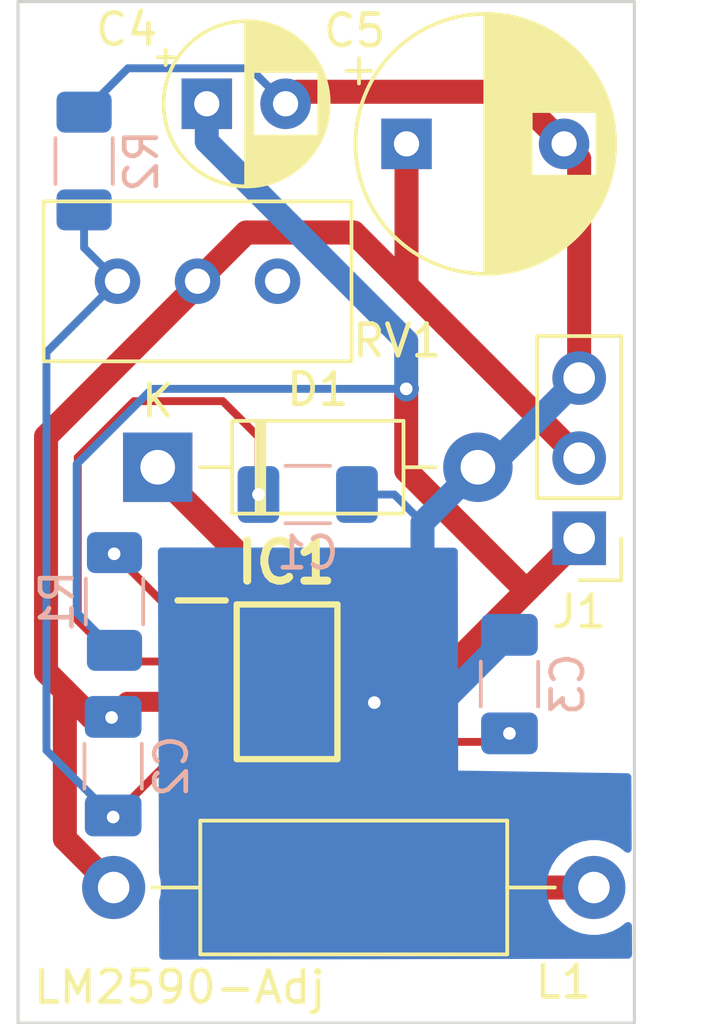
<source format=kicad_pcb>
(kicad_pcb (version 20240108) (generator "pcbnew") (generator_version "8.0")
  (layers (0 "F.Cu" signal) (31 "B.Cu" signal) (34 "B.Paste" user) (35 "F.Paste" user) (36 "B.SilkS" user "B.Silkscreen") (37 "F.SilkS" user "F.Silkscreen") (38 "B.Mask" user) (39 "F.Mask" user) (44 "Edge.Cuts" user))
  (net 0 "")
  (net 1 "Net-(IC1-DELAY)")
  (net 2 "GND")
  (net 3 "Net-(IC1-FEEDBACK)")
  (net 4 "VCC")
  (net 5 "Net-(IC1-~{SHUTDOWN}{slash}SOFT-START)")
  (net 6 "Net-(IC1-ERROR_FLAG)")
  (net 7 "+VDC")
  (net 8 "Net-(D1-K)")
  (footprint "Diode_THT:D_DO-41_SOD81_P10.16mm_Horizontal" (layer "F.Cu") (at 163.481551 78.100872)
    (property "Reference" "D1" (at 5.08 -2.47 0) (layer "F.SilkS"))
    (property "Value" "1N5817")
    (fp_line (start 1.34 0) (end 2.36 0) (stroke (width 0.12)) (layer "F.SilkS"))
    (fp_line (start 2.36 -1.47) (end 2.36 1.47) (stroke (width 0.12)) (layer "F.SilkS"))
    (fp_line (start 2.36 1.47) (end 7.8 1.47) (stroke (width 0.12)) (layer "F.SilkS"))
    (fp_line (start 3.14 -1.47) (end 3.14 1.47) (stroke (width 0.12)) (layer "F.SilkS"))
    (fp_line (start 3.26 -1.47) (end 3.26 1.47) (stroke (width 0.12)) (layer "F.SilkS"))
    (fp_line (start 3.38 -1.47) (end 3.38 1.47) (stroke (width 0.12)) (layer "F.SilkS"))
    (fp_line (start 7.8 -1.47) (end 2.36 -1.47) (stroke (width 0.12)) (layer "F.SilkS"))
    (fp_line (start 7.8 1.47) (end 7.8 -1.47) (stroke (width 0.12)) (layer "F.SilkS"))
    (fp_line (start 8.82 0) (end 7.8 0) (stroke (width 0.12)) (layer "F.SilkS"))
    (fp_text user "K" (at 0 -2.1 0) (layer "F.SilkS"))
    (pad "1" thru_hole rect (at 0 0) (size 2.2 2.2) (drill 1.1) (layers "*.Cu" "*.Mask") (net 8 "Net-(D1-K)"))
    (pad "2" thru_hole oval (at 10.16 0) (size 2.2 2.2) (drill 1.1) (layers "*.Cu" "*.Mask") (net 2 "GND"))
  )
  (footprint "Capacitor_THT:CP_Radial_D8.0mm_P5.00mm" (layer "F.Cu") (at 171.376915 67.848426)
    (property "Reference" "C5" (at -1.644563 -3.588064 0) (layer "F.SilkS"))
    (property "Value" "120uF")
    (fp_line (start -1.909698 -2.315) (end -1.109698 -2.315) (stroke (width 0.12)) (layer "F.SilkS"))
    (fp_line (start -1.509698 -2.715) (end -1.509698 -1.915) (stroke (width 0.12)) (layer "F.SilkS"))
    (fp_line (start 2.5 -4.08) (end 2.5 4.08) (stroke (width 0.12)) (layer "F.SilkS"))
    (fp_line (start 2.54 -4.08) (end 2.54 4.08) (stroke (width 0.12)) (layer "F.SilkS"))
    (fp_line (start 2.58 -4.08) (end 2.58 4.08) (stroke (width 0.12)) (layer "F.SilkS"))
    (fp_line (start 2.62 -4.079) (end 2.62 4.079) (stroke (width 0.12)) (layer "F.SilkS"))
    (fp_line (start 2.66 -4.077) (end 2.66 4.077) (stroke (width 0.12)) (layer "F.SilkS"))
    (fp_line (start 2.7 -4.076) (end 2.7 4.076) (stroke (width 0.12)) (layer "F.SilkS"))
    (fp_line (start 2.74 -4.074) (end 2.74 4.074) (stroke (width 0.12)) (layer "F.SilkS"))
    (fp_line (start 2.78 -4.071) (end 2.78 4.071) (stroke (width 0.12)) (layer "F.SilkS"))
    (fp_line (start 2.82 -4.068) (end 2.82 4.068) (stroke (width 0.12)) (layer "F.SilkS"))
    (fp_line (start 2.86 -4.065) (end 2.86 4.065) (stroke (width 0.12)) (layer "F.SilkS"))
    (fp_line (start 2.9 -4.061) (end 2.9 4.061) (stroke (width 0.12)) (layer "F.SilkS"))
    (fp_line (start 2.94 -4.057) (end 2.94 4.057) (stroke (width 0.12)) (layer "F.SilkS"))
    (fp_line (start 2.98 -4.052) (end 2.98 4.052) (stroke (width 0.12)) (layer "F.SilkS"))
    (fp_line (start 3.02 -4.048) (end 3.02 4.048) (stroke (width 0.12)) (layer "F.SilkS"))
    (fp_line (start 3.06 -4.042) (end 3.06 4.042) (stroke (width 0.12)) (layer "F.SilkS"))
    (fp_line (start 3.1 -4.037) (end 3.1 4.037) (stroke (width 0.12)) (layer "F.SilkS"))
    (fp_line (start 3.14 -4.03) (end 3.14 4.03) (stroke (width 0.12)) (layer "F.SilkS"))
    (fp_line (start 3.18 -4.024) (end 3.18 4.024) (stroke (width 0.12)) (layer "F.SilkS"))
    (fp_line (start 3.221 -4.017) (end 3.221 4.017) (stroke (width 0.12)) (layer "F.SilkS"))
    (fp_line (start 3.261 -4.01) (end 3.261 4.01) (stroke (width 0.12)) (layer "F.SilkS"))
    (fp_line (start 3.301 -4.002) (end 3.301 4.002) (stroke (width 0.12)) (layer "F.SilkS"))
    (fp_line (start 3.341 -3.994) (end 3.341 3.994) (stroke (width 0.12)) (layer "F.SilkS"))
    (fp_line (start 3.381 -3.985) (end 3.381 3.985) (stroke (width 0.12)) (layer "F.SilkS"))
    (fp_line (start 3.421 -3.976) (end 3.421 3.976) (stroke (width 0.12)) (layer "F.SilkS"))
    (fp_line (start 3.461 -3.967) (end 3.461 3.967) (stroke (width 0.12)) (layer "F.SilkS"))
    (fp_line (start 3.501 -3.957) (end 3.501 3.957) (stroke (width 0.12)) (layer "F.SilkS"))
    (fp_line (start 3.541 -3.947) (end 3.541 3.947) (stroke (width 0.12)) (layer "F.SilkS"))
    (fp_line (start 3.581 -3.936) (end 3.581 3.936) (stroke (width 0.12)) (layer "F.SilkS"))
    (fp_line (start 3.621 -3.925) (end 3.621 3.925) (stroke (width 0.12)) (layer "F.SilkS"))
    (fp_line (start 3.661 -3.914) (end 3.661 3.914) (stroke (width 0.12)) (layer "F.SilkS"))
    (fp_line (start 3.701 -3.902) (end 3.701 3.902) (stroke (width 0.12)) (layer "F.SilkS"))
    (fp_line (start 3.741 -3.889) (end 3.741 3.889) (stroke (width 0.12)) (layer "F.SilkS"))
    (fp_line (start 3.781 -3.877) (end 3.781 3.877) (stroke (width 0.12)) (layer "F.SilkS"))
    (fp_line (start 3.821 -3.863) (end 3.821 3.863) (stroke (width 0.12)) (layer "F.SilkS"))
    (fp_line (start 3.861 -3.85) (end 3.861 3.85) (stroke (width 0.12)) (layer "F.SilkS"))
    (fp_line (start 3.901 -3.835) (end 3.901 3.835) (stroke (width 0.12)) (layer "F.SilkS"))
    (fp_line (start 3.941 -3.821) (end 3.941 3.821) (stroke (width 0.12)) (layer "F.SilkS"))
    (fp_line (start 3.981 -3.805) (end 3.981 -1.04) (stroke (width 0.12)) (layer "F.SilkS"))
    (fp_line (start 3.981 1.04) (end 3.981 3.805) (stroke (width 0.12)) (layer "F.SilkS"))
    (fp_line (start 4.021 -3.79) (end 4.021 -1.04) (stroke (width 0.12)) (layer "F.SilkS"))
    (fp_line (start 4.021 1.04) (end 4.021 3.79) (stroke (width 0.12)) (layer "F.SilkS"))
    (fp_line (start 4.061 -3.774) (end 4.061 -1.04) (stroke (width 0.12)) (layer "F.SilkS"))
    (fp_line (start 4.061 1.04) (end 4.061 3.774) (stroke (width 0.12)) (layer "F.SilkS"))
    (fp_line (start 4.101 -3.757) (end 4.101 -1.04) (stroke (width 0.12)) (layer "F.SilkS"))
    (fp_line (start 4.101 1.04) (end 4.101 3.757) (stroke (width 0.12)) (layer "F.SilkS"))
    (fp_line (start 4.141 -3.74) (end 4.141 -1.04) (stroke (width 0.12)) (layer "F.SilkS"))
    (fp_line (start 4.141 1.04) (end 4.141 3.74) (stroke (width 0.12)) (layer "F.SilkS"))
    (fp_line (start 4.181 -3.722) (end 4.181 -1.04) (stroke (width 0.12)) (layer "F.SilkS"))
    (fp_line (start 4.181 1.04) (end 4.181 3.722) (stroke (width 0.12)) (layer "F.SilkS"))
    (fp_line (start 4.221 -3.704) (end 4.221 -1.04) (stroke (width 0.12)) (layer "F.SilkS"))
    (fp_line (start 4.221 1.04) (end 4.221 3.704) (stroke (width 0.12)) (layer "F.SilkS"))
    (fp_line (start 4.261 -3.686) (end 4.261 -1.04) (stroke (width 0.12)) (layer "F.SilkS"))
    (fp_line (start 4.261 1.04) (end 4.261 3.686) (stroke (width 0.12)) (layer "F.SilkS"))
    (fp_line (start 4.301 -3.666) (end 4.301 -1.04) (stroke (width 0.12)) (layer "F.SilkS"))
    (fp_line (start 4.301 1.04) (end 4.301 3.666) (stroke (width 0.12)) (layer "F.SilkS"))
    (fp_line (start 4.341 -3.647) (end 4.341 -1.04) (stroke (width 0.12)) (layer "F.SilkS"))
    (fp_line (start 4.341 1.04) (end 4.341 3.647) (stroke (width 0.12)) (layer "F.SilkS"))
    (fp_line (start 4.381 -3.627) (end 4.381 -1.04) (stroke (width 0.12)) (layer "F.SilkS"))
    (fp_line (start 4.381 1.04) (end 4.381 3.627) (stroke (width 0.12)) (layer "F.SilkS"))
    (fp_line (start 4.421 -3.606) (end 4.421 -1.04) (stroke (width 0.12)) (layer "F.SilkS"))
    (fp_line (start 4.421 1.04) (end 4.421 3.606) (stroke (width 0.12)) (layer "F.SilkS"))
    (fp_line (start 4.461 -3.584) (end 4.461 -1.04) (stroke (width 0.12)) (layer "F.SilkS"))
    (fp_line (start 4.461 1.04) (end 4.461 3.584) (stroke (width 0.12)) (layer "F.SilkS"))
    (fp_line (start 4.501 -3.562) (end 4.501 -1.04) (stroke (width 0.12)) (layer "F.SilkS"))
    (fp_line (start 4.501 1.04) (end 4.501 3.562) (stroke (width 0.12)) (layer "F.SilkS"))
    (fp_line (start 4.541 -3.54) (end 4.541 -1.04) (stroke (width 0.12)) (layer "F.SilkS"))
    (fp_line (start 4.541 1.04) (end 4.541 3.54) (stroke (width 0.12)) (layer "F.SilkS"))
    (fp_line (start 4.581 -3.517) (end 4.581 -1.04) (stroke (width 0.12)) (layer "F.SilkS"))
    (fp_line (start 4.581 1.04) (end 4.581 3.517) (stroke (width 0.12)) (layer "F.SilkS"))
    (fp_line (start 4.621 -3.493) (end 4.621 -1.04) (stroke (width 0.12)) (layer "F.SilkS"))
    (fp_line (start 4.621 1.04) (end 4.621 3.493) (stroke (width 0.12)) (layer "F.SilkS"))
    (fp_line (start 4.661 -3.469) (end 4.661 -1.04) (stroke (width 0.12)) (layer "F.SilkS"))
    (fp_line (start 4.661 1.04) (end 4.661 3.469) (stroke (width 0.12)) (layer "F.SilkS"))
    (fp_line (start 4.701 -3.444) (end 4.701 -1.04) (stroke (width 0.12)) (layer "F.SilkS"))
    (fp_line (start 4.701 1.04) (end 4.701 3.444) (stroke (width 0.12)) (layer "F.SilkS"))
    (fp_line (start 4.741 -3.418) (end 4.741 -1.04) (stroke (width 0.12)) (layer "F.SilkS"))
    (fp_line (start 4.741 1.04) (end 4.741 3.418) (stroke (width 0.12)) (layer "F.SilkS"))
    (fp_line (start 4.781 -3.392) (end 4.781 -1.04) (stroke (width 0.12)) (layer "F.SilkS"))
    (fp_line (start 4.781 1.04) (end 4.781 3.392) (stroke (width 0.12)) (layer "F.SilkS"))
    (fp_line (start 4.821 -3.365) (end 4.821 -1.04) (stroke (width 0.12)) (layer "F.SilkS"))
    (fp_line (start 4.821 1.04) (end 4.821 3.365) (stroke (width 0.12)) (layer "F.SilkS"))
    (fp_line (start 4.861 -3.338) (end 4.861 -1.04) (stroke (width 0.12)) (layer "F.SilkS"))
    (fp_line (start 4.861 1.04) (end 4.861 3.338) (stroke (width 0.12)) (layer "F.SilkS"))
    (fp_line (start 4.901 -3.309) (end 4.901 -1.04) (stroke (width 0.12)) (layer "F.SilkS"))
    (fp_line (start 4.901 1.04) (end 4.901 3.309) (stroke (width 0.12)) (layer "F.SilkS"))
    (fp_line (start 4.941 -3.28) (end 4.941 -1.04) (stroke (width 0.12)) (layer "F.SilkS"))
    (fp_line (start 4.941 1.04) (end 4.941 3.28) (stroke (width 0.12)) (layer "F.SilkS"))
    (fp_line (start 4.981 -3.25) (end 4.981 -1.04) (stroke (width 0.12)) (layer "F.SilkS"))
    (fp_line (start 4.981 1.04) (end 4.981 3.25) (stroke (width 0.12)) (layer "F.SilkS"))
    (fp_line (start 5.021 -3.22) (end 5.021 -1.04) (stroke (width 0.12)) (layer "F.SilkS"))
    (fp_line (start 5.021 1.04) (end 5.021 3.22) (stroke (width 0.12)) (layer "F.SilkS"))
    (fp_line (start 5.061 -3.189) (end 5.061 -1.04) (stroke (width 0.12)) (layer "F.SilkS"))
    (fp_line (start 5.061 1.04) (end 5.061 3.189) (stroke (width 0.12)) (layer "F.SilkS"))
    (fp_line (start 5.101 -3.156) (end 5.101 -1.04) (stroke (width 0.12)) (layer "F.SilkS"))
    (fp_line (start 5.101 1.04) (end 5.101 3.156) (stroke (width 0.12)) (layer "F.SilkS"))
    (fp_line (start 5.141 -3.124) (end 5.141 -1.04) (stroke (width 0.12)) (layer "F.SilkS"))
    (fp_line (start 5.141 1.04) (end 5.141 3.124) (stroke (width 0.12)) (layer "F.SilkS"))
    (fp_line (start 5.181 -3.09) (end 5.181 -1.04) (stroke (width 0.12)) (layer "F.SilkS"))
    (fp_line (start 5.181 1.04) (end 5.181 3.09) (stroke (width 0.12)) (layer "F.SilkS"))
    (fp_line (start 5.221 -3.055) (end 5.221 -1.04) (stroke (width 0.12)) (layer "F.SilkS"))
    (fp_line (start 5.221 1.04) (end 5.221 3.055) (stroke (width 0.12)) (layer "F.SilkS"))
    (fp_line (start 5.261 -3.019) (end 5.261 -1.04) (stroke (width 0.12)) (layer "F.SilkS"))
    (fp_line (start 5.261 1.04) (end 5.261 3.019) (stroke (width 0.12)) (layer "F.SilkS"))
    (fp_line (start 5.301 -2.983) (end 5.301 -1.04) (stroke (width 0.12)) (layer "F.SilkS"))
    (fp_line (start 5.301 1.04) (end 5.301 2.983) (stroke (width 0.12)) (layer "F.SilkS"))
    (fp_line (start 5.341 -2.945) (end 5.341 -1.04) (stroke (width 0.12)) (layer "F.SilkS"))
    (fp_line (start 5.341 1.04) (end 5.341 2.945) (stroke (width 0.12)) (layer "F.SilkS"))
    (fp_line (start 5.381 -2.907) (end 5.381 -1.04) (stroke (width 0.12)) (layer "F.SilkS"))
    (fp_line (start 5.381 1.04) (end 5.381 2.907) (stroke (width 0.12)) (layer "F.SilkS"))
    (fp_line (start 5.421 -2.867) (end 5.421 -1.04) (stroke (width 0.12)) (layer "F.SilkS"))
    (fp_line (start 5.421 1.04) (end 5.421 2.867) (stroke (width 0.12)) (layer "F.SilkS"))
    (fp_line (start 5.461 -2.826) (end 5.461 -1.04) (stroke (width 0.12)) (layer "F.SilkS"))
    (fp_line (start 5.461 1.04) (end 5.461 2.826) (stroke (width 0.12)) (layer "F.SilkS"))
    (fp_line (start 5.501 -2.784) (end 5.501 -1.04) (stroke (width 0.12)) (layer "F.SilkS"))
    (fp_line (start 5.501 1.04) (end 5.501 2.784) (stroke (width 0.12)) (layer "F.SilkS"))
    (fp_line (start 5.541 -2.741) (end 5.541 -1.04) (stroke (width 0.12)) (layer "F.SilkS"))
    (fp_line (start 5.541 1.04) (end 5.541 2.741) (stroke (width 0.12)) (layer "F.SilkS"))
    (fp_line (start 5.581 -2.697) (end 5.581 -1.04) (stroke (width 0.12)) (layer "F.SilkS"))
    (fp_line (start 5.581 1.04) (end 5.581 2.697) (stroke (width 0.12)) (layer "F.SilkS"))
    (fp_line (start 5.621 -2.651) (end 5.621 -1.04) (stroke (width 0.12)) (layer "F.SilkS"))
    (fp_line (start 5.621 1.04) (end 5.621 2.651) (stroke (width 0.12)) (layer "F.SilkS"))
    (fp_line (start 5.661 -2.604) (end 5.661 -1.04) (stroke (width 0.12)) (layer "F.SilkS"))
    (fp_line (start 5.661 1.04) (end 5.661 2.604) (stroke (width 0.12)) (layer "F.SilkS"))
    (fp_line (start 5.701 -2.556) (end 5.701 -1.04) (stroke (width 0.12)) (layer "F.SilkS"))
    (fp_line (start 5.701 1.04) (end 5.701 2.556) (stroke (width 0.12)) (layer "F.SilkS"))
    (fp_line (start 5.741 -2.505) (end 5.741 -1.04) (stroke (width 0.12)) (layer "F.SilkS"))
    (fp_line (start 5.741 1.04) (end 5.741 2.505) (stroke (width 0.12)) (layer "F.SilkS"))
    (fp_line (start 5.781 -2.454) (end 5.781 -1.04) (stroke (width 0.12)) (layer "F.SilkS"))
    (fp_line (start 5.781 1.04) (end 5.781 2.454) (stroke (width 0.12)) (layer "F.SilkS"))
    (fp_line (start 5.821 -2.4) (end 5.821 -1.04) (stroke (width 0.12)) (layer "F.SilkS"))
    (fp_line (start 5.821 1.04) (end 5.821 2.4) (stroke (width 0.12)) (layer "F.SilkS"))
    (fp_line (start 5.861 -2.345) (end 5.861 -1.04) (stroke (width 0.12)) (layer "F.SilkS"))
    (fp_line (start 5.861 1.04) (end 5.861 2.345) (stroke (width 0.12)) (layer "F.SilkS"))
    (fp_line (start 5.901 -2.287) (end 5.901 -1.04) (stroke (width 0.12)) (layer "F.SilkS"))
    (fp_line (start 5.901 1.04) (end 5.901 2.287) (stroke (width 0.12)) (layer "F.SilkS"))
    (fp_line (start 5.941 -2.228) (end 5.941 -1.04) (stroke (width 0.12)) (layer "F.SilkS"))
    (fp_line (start 5.941 1.04) (end 5.941 2.228) (stroke (width 0.12)) (layer "F.SilkS"))
    (fp_line (start 5.981 -2.166) (end 5.981 -1.04) (stroke (width 0.12)) (layer "F.SilkS"))
    (fp_line (start 5.981 1.04) (end 5.981 2.166) (stroke (width 0.12)) (layer "F.SilkS"))
    (fp_line (start 6.021 -2.102) (end 6.021 -1.04) (stroke (width 0.12)) (layer "F.SilkS"))
    (fp_line (start 6.021 1.04) (end 6.021 2.102) (stroke (width 0.12)) (layer "F.SilkS"))
    (fp_line (start 6.061 -2.034) (end 6.061 2.034) (stroke (width 0.12)) (layer "F.SilkS"))
    (fp_line (start 6.101 -1.964) (end 6.101 1.964) (stroke (width 0.12)) (layer "F.SilkS"))
    (fp_line (start 6.141 -1.89) (end 6.141 1.89) (stroke (width 0.12)) (layer "F.SilkS"))
    (fp_line (start 6.181 -1.813) (end 6.181 1.813) (stroke (width 0.12)) (layer "F.SilkS"))
    (fp_line (start 6.221 -1.731) (end 6.221 1.731) (stroke (width 0.12)) (layer "F.SilkS"))
    (fp_line (start 6.261 -1.645) (end 6.261 1.645) (stroke (width 0.12)) (layer "F.SilkS"))
    (fp_line (start 6.301 -1.552) (end 6.301 1.552) (stroke (width 0.12)) (layer "F.SilkS"))
    (fp_line (start 6.341 -1.453) (end 6.341 1.453) (stroke (width 0.12)) (layer "F.SilkS"))
    (fp_line (start 6.381 -1.346) (end 6.381 1.346) (stroke (width 0.12)) (layer "F.SilkS"))
    (fp_line (start 6.421 -1.229) (end 6.421 1.229) (stroke (width 0.12)) (layer "F.SilkS"))
    (fp_line (start 6.461 -1.098) (end 6.461 1.098) (stroke (width 0.12)) (layer "F.SilkS"))
    (fp_line (start 6.501 -0.948) (end 6.501 0.948) (stroke (width 0.12)) (layer "F.SilkS"))
    (fp_line (start 6.541 -0.768) (end 6.541 0.768) (stroke (width 0.12)) (layer "F.SilkS"))
    (fp_line (start 6.581 -0.533) (end 6.581 0.533) (stroke (width 0.12)) (layer "F.SilkS"))
    (fp_circle (center 2.5 0) (end 6.62 0) (stroke (width 0.12)) (fill none) (layer "F.SilkS"))
    (pad "1" thru_hole rect (at 0 0) (size 1.6 1.6) (drill 0.8) (layers "*.Cu" "*.Mask") (net 4 "VCC"))
    (pad "2" thru_hole circle (at 5 0) (size 1.6 1.6) (drill 0.8) (layers "*.Cu" "*.Mask") (net 2 "GND"))
  )
  (footprint "Potentiometer_THT:Potentiometer_Bourns_3296W_Vertical" (layer "F.Cu") (at 167.285208 72.202558)
    (property "Reference" "RV1" (at 3.797575 1.890967 0) (layer "F.SilkS"))
    (property "Value" "200k")
    (fp_line (start -7.425 -2.53) (end -7.425 2.54) (stroke (width 0.12)) (layer "F.SilkS"))
    (fp_line (start -7.425 -2.53) (end 2.345 -2.53) (stroke (width 0.12)) (layer "F.SilkS"))
    (fp_line (start -7.425 2.54) (end 2.345 2.54) (stroke (width 0.12)) (layer "F.SilkS"))
    (fp_line (start 2.345 -2.53) (end 2.345 2.54) (stroke (width 0.12)) (layer "F.SilkS"))
    (pad "1" thru_hole circle (at 0 0) (size 1.44 1.44) (drill 0.8) (layers "*.Cu" "*.Mask"))
    (pad "2" thru_hole circle (at -2.54 0) (size 1.44 1.44) (drill 0.8) (layers "*.Cu" "*.Mask") (net 4 "VCC"))
    (pad "3" thru_hole circle (at -5.08 0) (size 1.44 1.44) (drill 0.8) (layers "*.Cu" "*.Mask") (net 3 "Net-(IC1-FEEDBACK)"))
  )
  (footprint "Connector_PinHeader_2.54mm:PinHeader_1x03_P2.54mm_Vertical" (layer "F.Cu") (at 176.855208 80.35277 180)
    (property "Reference" "J1" (at 0 -2.33 180) (layer "F.SilkS"))
    (property "Value" "Conn_01x03")
    (fp_line (start 1.33 1.27) (end 1.33 6.41) (stroke (width 0.12)) (layer "F.SilkS"))
    (fp_line (start -1.33 6.41) (end 1.33 6.41) (stroke (width 0.12)) (layer "F.SilkS"))
    (fp_line (start -1.33 1.27) (end 1.33 1.27) (stroke (width 0.12)) (layer "F.SilkS"))
    (fp_line (start -1.33 1.27) (end -1.33 6.41) (stroke (width 0.12)) (layer "F.SilkS"))
    (fp_line (start -1.33 0) (end -1.33 -1.33) (stroke (width 0.12)) (layer "F.SilkS"))
    (fp_line (start -1.33 -1.33) (end 0 -1.33) (stroke (width 0.12)) (layer "F.SilkS"))
    (pad "1" thru_hole rect (at 0 0 180) (size 1.7 1.7) (drill 1) (layers "*.Cu" "*.Mask") (net 7 "+VDC"))
    (pad "2" thru_hole oval (at 0 2.54 180) (size 1.7 1.7) (drill 1) (layers "*.Cu" "*.Mask") (net 4 "VCC"))
    (pad "3" thru_hole oval (at 0 5.08 180) (size 1.7 1.7) (drill 1) (layers "*.Cu" "*.Mask") (net 2 "GND"))
  )
  (footprint "Inductor_THT:L_Axial_L9.5mm_D4.0mm_P15.24mm_Horizontal_Fastron_SMCC" (layer "F.Cu") (at 177.322931 91.4247 180)
    (property "Reference" "L1" (at 0.964959 -2.99808 180) (layer "F.SilkS"))
    (property "Value" "150mH")
    (fp_line (start 14 0) (end 12.49 0) (stroke (width 0.12)) (layer "F.SilkS"))
    (fp_line (start 12.49 2.12) (end 12.49 -2.12) (stroke (width 0.12)) (layer "F.SilkS"))
    (fp_line (start 12.49 -2.12) (end 2.75 -2.12) (stroke (width 0.12)) (layer "F.SilkS"))
    (fp_line (start 2.75 2.12) (end 12.49 2.12) (stroke (width 0.12)) (layer "F.SilkS"))
    (fp_line (start 2.75 -2.12) (end 2.75 2.12) (stroke (width 0.12)) (layer "F.SilkS"))
    (fp_line (start 1.24 0) (end 2.75 0) (stroke (width 0.12)) (layer "F.SilkS"))
    (pad "1" thru_hole circle (at 0 0 180) (size 2 2) (drill 1) (layers "*.Cu" "*.Mask") (net 8 "Net-(D1-K)"))
    (pad "2" thru_hole oval (at 15.24 0 180) (size 2 2) (drill 1) (layers "*.Cu" "*.Mask") (net 4 "VCC"))
  )
  (footprint "SamacSys_Parts:SOIC127P600X175-8N" (layer "F.Cu") (at 167.586831 84.902863)
    (property "Reference" "IC1" (at -0.025254 -3.780836 0) (layer "F.SilkS") (effects (font (size 1.27 1.27) (thickness 0.254))))
    (property "Value" "LM2597MX-ADJ_NOPB" (hide yes))
    (fp_line (start -3.475 -2.58) (end -1.948 -2.58) (stroke (width 0.2)) (layer "F.SilkS"))
    (fp_line (start -1.598 -2.452) (end 1.598 -2.452) (stroke (width 0.2)) (layer "F.SilkS"))
    (fp_line (start -1.598 2.452) (end -1.598 -2.452) (stroke (width 0.2)) (layer "F.SilkS"))
    (fp_line (start 1.598 -2.452) (end 1.598 2.452) (stroke (width 0.2)) (layer "F.SilkS"))
    (fp_line (start 1.598 2.452) (end -1.598 2.452) (stroke (width 0.2)) (layer "F.SilkS"))
    (pad "1" smd rect (at -2.711 -1.905 90) (size 0.65 1.528) (layers "F.Cu" "F.Paste" "F.Mask") (net 6 "Net-(IC1-ERROR_FLAG)"))
    (pad "2" smd rect (at -2.711 -0.635 90) (size 0.65 1.528) (layers "F.Cu" "F.Paste" "F.Mask") (net 1 "Net-(IC1-DELAY)"))
    (pad "3" smd rect (at -2.711 0.635 90) (size 0.65 1.528) (layers "F.Cu" "F.Paste" "F.Mask") (net 4 "VCC"))
    (pad "4" smd rect (at -2.711 1.905 90) (size 0.65 1.528) (layers "F.Cu" "F.Paste" "F.Mask") (net 3 "Net-(IC1-FEEDBACK)"))
    (pad "5" smd rect (at 2.711 1.905 90) (size 0.65 1.528) (layers "F.Cu" "F.Paste" "F.Mask") (net 5 "Net-(IC1-~{SHUTDOWN}{slash}SOFT-START)"))
    (pad "6" smd rect (at 2.711 0.635 90) (size 0.65 1.528) (layers "F.Cu" "F.Paste" "F.Mask") (net 2 "GND"))
    (pad "7" smd rect (at 2.711 -0.635 90) (size 0.65 1.528) (layers "F.Cu" "F.Paste" "F.Mask") (net 7 "+VDC"))
    (pad "8" smd rect (at 2.711 -1.905 90) (size 0.65 1.528) (layers "F.Cu" "F.Paste" "F.Mask") (net 8 "Net-(D1-K)"))
  )
  (footprint "Capacitor_THT:CP_Radial_D5.0mm_P2.50mm" (layer "F.Cu") (at 165.038265 66.577536)
    (property "Reference" "C4" (at -2.541174 -2.355596 0) (layer "F.SilkS"))
    (property "Value" "68uF")
    (fp_line (start -1.554775 -1.475) (end -1.054775 -1.475) (stroke (width 0.12)) (layer "F.SilkS"))
    (fp_line (start -1.304775 -1.725) (end -1.304775 -1.225) (stroke (width 0.12)) (layer "F.SilkS"))
    (fp_line (start 1.25 -2.58) (end 1.25 2.58) (stroke (width 0.12)) (layer "F.SilkS"))
    (fp_line (start 1.29 -2.58) (end 1.29 2.58) (stroke (width 0.12)) (layer "F.SilkS"))
    (fp_line (start 1.33 -2.579) (end 1.33 2.579) (stroke (width 0.12)) (layer "F.SilkS"))
    (fp_line (start 1.37 -2.578) (end 1.37 2.578) (stroke (width 0.12)) (layer "F.SilkS"))
    (fp_line (start 1.41 -2.576) (end 1.41 2.576) (stroke (width 0.12)) (layer "F.SilkS"))
    (fp_line (start 1.45 -2.573) (end 1.45 2.573) (stroke (width 0.12)) (layer "F.SilkS"))
    (fp_line (start 1.49 -2.569) (end 1.49 -1.04) (stroke (width 0.12)) (layer "F.SilkS"))
    (fp_line (start 1.49 1.04) (end 1.49 2.569) (stroke (width 0.12)) (layer "F.SilkS"))
    (fp_line (start 1.53 -2.565) (end 1.53 -1.04) (stroke (width 0.12)) (layer "F.SilkS"))
    (fp_line (start 1.53 1.04) (end 1.53 2.565) (stroke (width 0.12)) (layer "F.SilkS"))
    (fp_line (start 1.57 -2.561) (end 1.57 -1.04) (stroke (width 0.12)) (layer "F.SilkS"))
    (fp_line (start 1.57 1.04) (end 1.57 2.561) (stroke (width 0.12)) (layer "F.SilkS"))
    (fp_line (start 1.61 -2.556) (end 1.61 -1.04) (stroke (width 0.12)) (layer "F.SilkS"))
    (fp_line (start 1.61 1.04) (end 1.61 2.556) (stroke (width 0.12)) (layer "F.SilkS"))
    (fp_line (start 1.65 -2.55) (end 1.65 -1.04) (stroke (width 0.12)) (layer "F.SilkS"))
    (fp_line (start 1.65 1.04) (end 1.65 2.55) (stroke (width 0.12)) (layer "F.SilkS"))
    (fp_line (start 1.69 -2.543) (end 1.69 -1.04) (stroke (width 0.12)) (layer "F.SilkS"))
    (fp_line (start 1.69 1.04) (end 1.69 2.543) (stroke (width 0.12)) (layer "F.SilkS"))
    (fp_line (start 1.73 -2.536) (end 1.73 -1.04) (stroke (width 0.12)) (layer "F.SilkS"))
    (fp_line (start 1.73 1.04) (end 1.73 2.536) (stroke (width 0.12)) (layer "F.SilkS"))
    (fp_line (start 1.77 -2.528) (end 1.77 -1.04) (stroke (width 0.12)) (layer "F.SilkS"))
    (fp_line (start 1.77 1.04) (end 1.77 2.528) (stroke (width 0.12)) (layer "F.SilkS"))
    (fp_line (start 1.81 -2.52) (end 1.81 -1.04) (stroke (width 0.12)) (layer "F.SilkS"))
    (fp_line (start 1.81 1.04) (end 1.81 2.52) (stroke (width 0.12)) (layer "F.SilkS"))
    (fp_line (start 1.85 -2.511) (end 1.85 -1.04) (stroke (width 0.12)) (layer "F.SilkS"))
    (fp_line (start 1.85 1.04) (end 1.85 2.511) (stroke (width 0.12)) (layer "F.SilkS"))
    (fp_line (start 1.89 -2.501) (end 1.89 -1.04) (stroke (width 0.12)) (layer "F.SilkS"))
    (fp_line (start 1.89 1.04) (end 1.89 2.501) (stroke (width 0.12)) (layer "F.SilkS"))
    (fp_line (start 1.93 -2.491) (end 1.93 -1.04) (stroke (width 0.12)) (layer "F.SilkS"))
    (fp_line (start 1.93 1.04) (end 1.93 2.491) (stroke (width 0.12)) (layer "F.SilkS"))
    (fp_line (start 1.971 -2.48) (end 1.971 -1.04) (stroke (width 0.12)) (layer "F.SilkS"))
    (fp_line (start 1.971 1.04) (end 1.971 2.48) (stroke (width 0.12)) (layer "F.SilkS"))
    (fp_line (start 2.011 -2.468) (end 2.011 -1.04) (stroke (width 0.12)) (layer "F.SilkS"))
    (fp_line (start 2.011 1.04) (end 2.011 2.468) (stroke (width 0.12)) (layer "F.SilkS"))
    (fp_line (start 2.051 -2.455) (end 2.051 -1.04) (stroke (width 0.12)) (layer "F.SilkS"))
    (fp_line (start 2.051 1.04) (end 2.051 2.455) (stroke (width 0.12)) (layer "F.SilkS"))
    (fp_line (start 2.091 -2.442) (end 2.091 -1.04) (stroke (width 0.12)) (layer "F.SilkS"))
    (fp_line (start 2.091 1.04) (end 2.091 2.442) (stroke (width 0.12)) (layer "F.SilkS"))
    (fp_line (start 2.131 -2.428) (end 2.131 -1.04) (stroke (width 0.12)) (layer "F.SilkS"))
    (fp_line (start 2.131 1.04) (end 2.131 2.428) (stroke (width 0.12)) (layer "F.SilkS"))
    (fp_line (start 2.171 -2.414) (end 2.171 -1.04) (stroke (width 0.12)) (layer "F.SilkS"))
    (fp_line (start 2.171 1.04) (end 2.171 2.414) (stroke (width 0.12)) (layer "F.SilkS"))
    (fp_line (start 2.211 -2.398) (end 2.211 -1.04) (stroke (width 0.12)) (layer "F.SilkS"))
    (fp_line (start 2.211 1.04) (end 2.211 2.398) (stroke (width 0.12)) (layer "F.SilkS"))
    (fp_line (start 2.251 -2.382) (end 2.251 -1.04) (stroke (width 0.12)) (layer "F.SilkS"))
    (fp_line (start 2.251 1.04) (end 2.251 2.382) (stroke (width 0.12)) (layer "F.SilkS"))
    (fp_line (start 2.291 -2.365) (end 2.291 -1.04) (stroke (width 0.12)) (layer "F.SilkS"))
    (fp_line (start 2.291 1.04) (end 2.291 2.365) (stroke (width 0.12)) (layer "F.SilkS"))
    (fp_line (start 2.331 -2.348) (end 2.331 -1.04) (stroke (width 0.12)) (layer "F.SilkS"))
    (fp_line (start 2.331 1.04) (end 2.331 2.348) (stroke (width 0.12)) (layer "F.SilkS"))
    (fp_line (start 2.371 -2.329) (end 2.371 -1.04) (stroke (width 0.12)) (layer "F.SilkS"))
    (fp_line (start 2.371 1.04) (end 2.371 2.329) (stroke (width 0.12)) (layer "F.SilkS"))
    (fp_line (start 2.411 -2.31) (end 2.411 -1.04) (stroke (width 0.12)) (layer "F.SilkS"))
    (fp_line (start 2.411 1.04) (end 2.411 2.31) (stroke (width 0.12)) (layer "F.SilkS"))
    (fp_line (start 2.451 -2.29) (end 2.451 -1.04) (stroke (width 0.12)) (layer "F.SilkS"))
    (fp_line (start 2.451 1.04) (end 2.451 2.29) (stroke (width 0.12)) (layer "F.SilkS"))
    (fp_line (start 2.491 -2.268) (end 2.491 -1.04) (stroke (width 0.12)) (layer "F.SilkS"))
    (fp_line (start 2.491 1.04) (end 2.491 2.268) (stroke (width 0.12)) (layer "F.SilkS"))
    (fp_line (start 2.531 -2.247) (end 2.531 -1.04) (stroke (width 0.12)) (layer "F.SilkS"))
    (fp_line (start 2.531 1.04) (end 2.531 2.247) (stroke (width 0.12)) (layer "F.SilkS"))
    (fp_line (start 2.571 -2.224) (end 2.571 -1.04) (stroke (width 0.12)) (layer "F.SilkS"))
    (fp_line (start 2.571 1.04) (end 2.571 2.224) (stroke (width 0.12)) (layer "F.SilkS"))
    (fp_line (start 2.611 -2.2) (end 2.611 -1.04) (stroke (width 0.12)) (layer "F.SilkS"))
    (fp_line (start 2.611 1.04) (end 2.611 2.2) (stroke (width 0.12)) (layer "F.SilkS"))
    (fp_line (start 2.651 -2.175) (end 2.651 -1.04) (stroke (width 0.12)) (layer "F.SilkS"))
    (fp_line (start 2.651 1.04) (end 2.651 2.175) (stroke (width 0.12)) (layer "F.SilkS"))
    (fp_line (start 2.691 -2.149) (end 2.691 -1.04) (stroke (width 0.12)) (layer "F.SilkS"))
    (fp_line (start 2.691 1.04) (end 2.691 2.149) (stroke (width 0.12)) (layer "F.SilkS"))
    (fp_line (start 2.731 -2.122) (end 2.731 -1.04) (stroke (width 0.12)) (layer "F.SilkS"))
    (fp_line (start 2.731 1.04) (end 2.731 2.122) (stroke (width 0.12)) (layer "F.SilkS"))
    (fp_line (start 2.771 -2.095) (end 2.771 -1.04) (stroke (width 0.12)) (layer "F.SilkS"))
    (fp_line (start 2.771 1.04) (end 2.771 2.095) (stroke (width 0.12)) (layer "F.SilkS"))
    (fp_line (start 2.811 -2.065) (end 2.811 -1.04) (stroke (width 0.12)) (layer "F.SilkS"))
    (fp_line (start 2.811 1.04) (end 2.811 2.065) (stroke (width 0.12)) (layer "F.SilkS"))
    (fp_line (start 2.851 -2.035) (end 2.851 -1.04) (stroke (width 0.12)) (layer "F.SilkS"))
    (fp_line (start 2.851 1.04) (end 2.851 2.035) (stroke (width 0.12)) (layer "F.SilkS"))
    (fp_line (start 2.891 -2.004) (end 2.891 -1.04) (stroke (width 0.12)) (layer "F.SilkS"))
    (fp_line (start 2.891 1.04) (end 2.891 2.004) (stroke (width 0.12)) (layer "F.SilkS"))
    (fp_line (start 2.931 -1.971) (end 2.931 -1.04) (stroke (width 0.12)) (layer "F.SilkS"))
    (fp_line (start 2.931 1.04) (end 2.931 1.971) (stroke (width 0.12)) (layer "F.SilkS"))
    (fp_line (start 2.971 -1.937) (end 2.971 -1.04) (stroke (width 0.12)) (layer "F.SilkS"))
    (fp_line (start 2.971 1.04) (end 2.971 1.937) (stroke (width 0.12)) (layer "F.SilkS"))
    (fp_line (start 3.011 -1.901) (end 3.011 -1.04) (stroke (width 0.12)) (layer "F.SilkS"))
    (fp_line (start 3.011 1.04) (end 3.011 1.901) (stroke (width 0.12)) (layer "F.SilkS"))
    (fp_line (start 3.051 -1.864) (end 3.051 -1.04) (stroke (width 0.12)) (layer "F.SilkS"))
    (fp_line (start 3.051 1.04) (end 3.051 1.864) (stroke (width 0.12)) (layer "F.SilkS"))
    (fp_line (start 3.091 -1.826) (end 3.091 -1.04) (stroke (width 0.12)) (layer "F.SilkS"))
    (fp_line (start 3.091 1.04) (end 3.091 1.826) (stroke (width 0.12)) (layer "F.SilkS"))
    (fp_line (start 3.131 -1.785) (end 3.131 -1.04) (stroke (width 0.12)) (layer "F.SilkS"))
    (fp_line (start 3.131 1.04) (end 3.131 1.785) (stroke (width 0.12)) (layer "F.SilkS"))
    (fp_line (start 3.171 -1.743) (end 3.171 -1.04) (stroke (width 0.12)) (layer "F.SilkS"))
    (fp_line (start 3.171 1.04) (end 3.171 1.743) (stroke (width 0.12)) (layer "F.SilkS"))
    (fp_line (start 3.211 -1.699) (end 3.211 -1.04) (stroke (width 0.12)) (layer "F.SilkS"))
    (fp_line (start 3.211 1.04) (end 3.211 1.699) (stroke (width 0.12)) (layer "F.SilkS"))
    (fp_line (start 3.251 -1.653) (end 3.251 -1.04) (stroke (width 0.12)) (layer "F.SilkS"))
    (fp_line (start 3.251 1.04) (end 3.251 1.653) (stroke (width 0.12)) (layer "F.SilkS"))
    (fp_line (start 3.291 -1.605) (end 3.291 -1.04) (stroke (width 0.12)) (layer "F.SilkS"))
    (fp_line (start 3.291 1.04) (end 3.291 1.605) (stroke (width 0.12)) (layer "F.SilkS"))
    (fp_line (start 3.331 -1.554) (end 3.331 -1.04) (stroke (width 0.12)) (layer "F.SilkS"))
    (fp_line (start 3.331 1.04) (end 3.331 1.554) (stroke (width 0.12)) (layer "F.SilkS"))
    (fp_line (start 3.371 -1.5) (end 3.371 -1.04) (stroke (width 0.12)) (layer "F.SilkS"))
    (fp_line (start 3.371 1.04) (end 3.371 1.5) (stroke (width 0.12)) (layer "F.SilkS"))
    (fp_line (start 3.411 -1.443) (end 3.411 -1.04) (stroke (width 0.12)) (layer "F.SilkS"))
    (fp_line (start 3.411 1.04) (end 3.411 1.443) (stroke (width 0.12)) (layer "F.SilkS"))
    (fp_line (start 3.451 -1.383) (end 3.451 -1.04) (stroke (width 0.12)) (layer "F.SilkS"))
    (fp_line (start 3.451 1.04) (end 3.451 1.383) (stroke (width 0.12)) (layer "F.SilkS"))
    (fp_line (start 3.491 -1.319) (end 3.491 -1.04) (stroke (width 0.12)) (layer "F.SilkS"))
    (fp_line (start 3.491 1.04) (end 3.491 1.319) (stroke (width 0.12)) (layer "F.SilkS"))
    (fp_line (start 3.531 -1.251) (end 3.531 -1.04) (stroke (width 0.12)) (layer "F.SilkS"))
    (fp_line (start 3.531 1.04) (end 3.531 1.251) (stroke (width 0.12)) (layer "F.SilkS"))
    (fp_line (start 3.571 -1.178) (end 3.571 1.178) (stroke (width 0.12)) (layer "F.SilkS"))
    (fp_line (start 3.611 -1.098) (end 3.611 1.098) (stroke (width 0.12)) (layer "F.SilkS"))
    (fp_line (start 3.651 -1.011) (end 3.651 1.011) (stroke (width 0.12)) (layer "F.SilkS"))
    (fp_line (start 3.691 -0.915) (end 3.691 0.915) (stroke (width 0.12)) (layer "F.SilkS"))
    (fp_line (start 3.731 -0.805) (end 3.731 0.805) (stroke (width 0.12)) (layer "F.SilkS"))
    (fp_line (start 3.771 -0.677) (end 3.771 0.677) (stroke (width 0.12)) (layer "F.SilkS"))
    (fp_line (start 3.811 -0.518) (end 3.811 0.518) (stroke (width 0.12)) (layer "F.SilkS"))
    (fp_line (start 3.851 -0.284) (end 3.851 0.284) (stroke (width 0.12)) (layer "F.SilkS"))
    (fp_circle (center 1.25 0) (end 3.87 0) (stroke (width 0.12)) (fill none) (layer "F.SilkS"))
    (pad "1" thru_hole rect (at 0 0) (size 1.6 1.6) (drill 0.8) (layers "*.Cu" "*.Mask") (net 7 "+VDC"))
    (pad "2" thru_hole circle (at 2.5 0) (size 1.6 1.6) (drill 0.8) (layers "*.Cu" "*.Mask") (net 2 "GND"))
  )
  (footprint "Capacitor_SMD:C_1206_3216Metric_Pad1.33x1.80mm_HandSolder" (layer "B.Cu") (at 168.24137 78.965848)
    (property "Reference" "C1" (at 0 1.85 0) (layer "B.SilkS") (effects (justify mirror)))
    (property "Value" "0.1uF")
    (fp_line (start 0.711252 -0.91) (end -0.711252 -0.91) (stroke (width 0.12)) (layer "B.SilkS"))
    (fp_line (start 0.711252 0.91) (end -0.711252 0.91) (stroke (width 0.12)) (layer "B.SilkS"))
    (pad "1" smd roundrect (at -1.5625 0) (size 1.325 1.8) (layers "B.Cu" "B.Paste" "B.Mask") (roundrect_rratio 0.188679) (net 1 "Net-(IC1-DELAY)"))
    (pad "2" smd roundrect (at 1.5625 0) (size 1.325 1.8) (layers "B.Cu" "B.Paste" "B.Mask") (roundrect_rratio 0.188679) (net 2 "GND"))
  )
  (footprint "Resistor_SMD:R_1206_3216Metric_Pad1.30x1.75mm_HandSolder" (layer "B.Cu") (at 161.145189 68.392461 90)
    (property "Reference" "R2" (at 0 1.82 -90) (layer "B.SilkS") (effects (justify mirror)))
    (property "Value" "1k")
    (fp_line (start 0.727064 -0.91) (end -0.727064 -0.91) (stroke (width 0.12)) (layer "B.SilkS"))
    (fp_line (start 0.727064 0.91) (end -0.727064 0.91) (stroke (width 0.12)) (layer "B.SilkS"))
    (pad "1" smd roundrect (at -1.55 0 90) (size 1.3 1.75) (layers "B.Cu" "B.Paste" "B.Mask") (roundrect_rratio 0.192308) (net 3 "Net-(IC1-FEEDBACK)"))
    (pad "2" smd roundrect (at 1.55 0 90) (size 1.3 1.75) (layers "B.Cu" "B.Paste" "B.Mask") (roundrect_rratio 0.192308) (net 2 "GND"))
  )
  (footprint "Capacitor_SMD:C_1206_3216Metric_Pad1.33x1.80mm_HandSolder" (layer "B.Cu") (at 174.642915 84.976392 90)
    (property "Reference" "C3" (at 0 1.85 90) (layer "B.SilkS") (effects (justify mirror)))
    (property "Value" "0.1uF")
    (fp_line (start 0.711252 -0.91) (end -0.711252 -0.91) (stroke (width 0.12)) (layer "B.SilkS"))
    (fp_line (start 0.711252 0.91) (end -0.711252 0.91) (stroke (width 0.12)) (layer "B.SilkS"))
    (pad "1" smd roundrect (at -1.5625 0 90) (size 1.325 1.8) (layers "B.Cu" "B.Paste" "B.Mask") (roundrect_rratio 0.188679) (net 5 "Net-(IC1-~{SHUTDOWN}{slash}SOFT-START)"))
    (pad "2" smd roundrect (at 1.5625 0 90) (size 1.325 1.8) (layers "B.Cu" "B.Paste" "B.Mask") (roundrect_rratio 0.188679) (net 2 "GND"))
  )
  (footprint "Capacitor_SMD:C_1206_3216Metric_Pad1.33x1.80mm_HandSolder" (layer "B.Cu") (at 162.067454 87.578748 90)
    (property "Reference" "C2" (at 0 1.85 -90) (layer "B.SilkS") (effects (justify mirror)))
    (property "Value" "0.1uF")
    (fp_line (start 0.711252 -0.91) (end -0.711252 -0.91) (stroke (width 0.12)) (layer "B.SilkS"))
    (fp_line (start 0.711252 0.91) (end -0.711252 0.91) (stroke (width 0.12)) (layer "B.SilkS"))
    (pad "1" smd roundrect (at -1.5625 0 90) (size 1.325 1.8) (layers "B.Cu" "B.Paste" "B.Mask") (roundrect_rratio 0.188679) (net 3 "Net-(IC1-FEEDBACK)"))
    (pad "2" smd roundrect (at 1.5625 0 90) (size 1.325 1.8) (layers "B.Cu" "B.Paste" "B.Mask") (roundrect_rratio 0.188679) (net 4 "VCC"))
  )
  (footprint "Resistor_SMD:R_1206_3216Metric_Pad1.30x1.75mm_HandSolder" (layer "B.Cu") (at 162.110602 82.356735 -90)
    (property "Reference" "R1" (at 0 1.82 90) (layer "B.SilkS") (effects (justify mirror)))
    (property "Value" "4.7k")
    (fp_line (start 0.727064 0.91) (end -0.727064 0.91) (stroke (width 0.12)) (layer "B.SilkS"))
    (fp_line (start 0.727064 -0.91) (end -0.727064 -0.91) (stroke (width 0.12)) (layer "B.SilkS"))
    (pad "1" smd roundrect (at -1.55 0 270) (size 1.3 1.75) (layers "B.Cu" "B.Paste" "B.Mask") (roundrect_rratio 0.192308) (net 6 "Net-(IC1-ERROR_FLAG)"))
    (pad "2" smd roundrect (at 1.55 0 270) (size 1.3 1.75) (layers "B.Cu" "B.Paste" "B.Mask") (roundrect_rratio 0.192308) (net 7 "+VDC"))
  )
  (gr_line (start 159.049508 63.33757) (end 178.607508 63.33757) (stroke (width 0.1)) (layer "Edge.Cuts"))
  (gr_line (start 159.049508 95.72257) (end 159.049508 63.33757) (stroke (width 0.1)) (layer "Edge.Cuts"))
  (gr_line (start 178.607508 95.72257) (end 159.049508 95.72257) (stroke (width 0.1)) (layer "Edge.Cuts"))
  (gr_line (start 178.607508 63.33757) (end 178.607508 95.72257) (stroke (width 0.1)) (layer "Edge.Cuts"))
  (gr_text "LM2590-Adj" (at 159.464021 95.168427 0) (layer "F.SilkS") (effects (font (size 1 1)) (justify left bottom)))
  (segment (start 160.943991 77.788432) (end 162.727344 76.005079) (width 0.25) (layer "F.Cu") (net 1))
  (segment (start 164.875831 84.267863) (end 164.436831 84.267863) (width 0.25) (layer "F.Cu") (net 1))
  (segment (start 162.727344 76.005079) (end 165.543896 76.005079) (width 0.25) (layer "F.Cu") (net 1))
  (segment (start 164.436831 84.267863) (end 164.429094 84.260126) (width 0.25) (layer "F.Cu") (net 1))
  (segment (start 164.429094 84.260126) (end 162.244974 84.260126) (width 0.25) (layer "F.Cu") (net 1))
  (segment (start 166.67887 77.140053) (end 166.67887 78.965848) (width 0.25) (layer "F.Cu") (net 1))
  (segment (start 162.244974 84.260126) (end 160.943991 82.959143) (width 0.25) (layer "F.Cu") (net 1))
  (segment (start 160.943991 82.959143) (end 160.943991 77.788432) (width 0.25) (layer "F.Cu") (net 1))
  (segment (start 165.543896 76.005079) (end 166.67887 77.140053) (width 0.25) (layer "F.Cu") (net 1))
  (via (at 166.67887 78.965848) (size 0.8) (drill 0.4) (layers "F.Cu" "B.Cu") (net 1))
  (segment (start 176.855208 68.326719) (end 176.376915 67.848426) (width 0.762) (layer "F.Cu") (net 2))
  (segment (start 176.855208 75.27277) (end 176.855208 68.326719) (width 0.762) (layer "F.Cu") (net 2))
  (segment (start 176.376915 67.848426) (end 174.724793 66.196304) (width 0.762) (layer "F.Cu") (net 2))
  (segment (start 174.724793 66.196304) (end 167.919497 66.196304) (width 0.762) (layer "F.Cu") (net 2))
  (segment (start 167.919497 66.196304) (end 167.538265 66.577536) (width 0.762) (layer "F.Cu") (net 2))
  (via (at 170.355417 85.562226) (size 0.8) (drill 0.4) (layers "F.Cu" "B.Cu") (net 2))
  (segment (start 170.355417 85.562226) (end 170.355417 85.536909) (width 0.762) (layer "B.Cu") (net 2))
  (segment (start 173.641551 78.100872) (end 171.884062 79.858361) (width 0.762) (layer "B.Cu") (net 2))
  (segment (start 166.413265 65.452536) (end 167.538265 66.577536) (width 0.25) (layer "B.Cu") (net 2))
  (segment (start 174.027106 78.100872) (end 176.855208 75.27277) (width 0.762) (layer "B.Cu") (net 2))
  (segment (start 162.535114 65.452536) (end 166.413265 65.452536) (width 0.25) (layer "B.Cu") (net 2))
  (segment (start 172.494581 85.562226) (end 174.642915 83.413892) (width 0.762) (layer "B.Cu") (net 2))
  (segment (start 169.80387 78.965848) (end 170.991549 78.965848) (width 0.25) (layer "B.Cu") (net 2))
  (segment (start 161.145189 66.842461) (end 162.535114 65.452536) (width 0.25) (layer "B.Cu") (net 2))
  (segment (start 170.355417 85.562226) (end 172.494581 85.562226) (width 0.762) (layer "B.Cu") (net 2))
  (segment (start 170.991549 78.965848) (end 171.884062 79.858361) (width 0.25) (layer "B.Cu") (net 2))
  (segment (start 171.884062 79.858361) (end 171.884062 85.521511) (width 0.762) (layer "B.Cu") (net 2))
  (segment (start 164.875831 86.807863) (end 164.450697 86.807863) (width 0.25) (layer "F.Cu") (net 3))
  (segment (start 164.450697 86.807863) (end 162.067454 89.191106) (width 0.25) (layer "F.Cu") (net 3))
  (via (at 162.067454 89.191106) (size 0.8) (drill 0.4) (layers "F.Cu" "B.Cu") (net 3))
  (segment (start 159.95077 74.456996) (end 159.95077 87.074422) (width 0.25) (layer "B.Cu") (net 3))
  (segment (start 159.95077 87.074422) (end 162.067454 89.191106) (width 0.25) (layer "B.Cu") (net 3))
  (segment (start 162.205208 72.202558) (end 159.95077 74.456996) (width 0.25) (layer "B.Cu") (net 3))
  (segment (start 161.145189 71.142539) (end 162.205208 72.202558) (width 0.25) (layer "B.Cu") (net 3))
  (segment (start 161.145189 69.942461) (end 161.145189 71.142539) (width 0.25) (layer "B.Cu") (net 3))
  (segment (start 159.937278 77.127278) (end 159.937278 84.584662) (width 0.762) (layer "F.Cu") (net 4))
  (segment (start 164.745208 72.319348) (end 159.937278 77.127278) (width 0.762) (layer "F.Cu") (net 4))
  (segment (start 160.535011 85.182395) (end 160.535011 89.87678) (width 0.762) (layer "F.Cu") (net 4))
  (segment (start 161.386066 86.03345) (end 162.017597 86.03345) (width 0.762) (layer "F.Cu") (net 4))
  (segment (start 160.535011 85.182395) (end 161.386066 86.03345) (width 0.762) (layer "F.Cu") (net 4))
  (segment (start 164.745208 72.202558) (end 164.745208 72.319348) (width 0.762) (layer "F.Cu") (net 4))
  (segment (start 176.855208 77.81277) (end 172.674839 73.632401) (width 0.762) (layer "F.Cu") (net 4))
  (segment (start 171.376915 67.848426) (end 171.376915 72.334477) (width 0.762) (layer "F.Cu") (net 4))
  (segment (start 166.288835 70.658931) (end 164.745208 72.202558) (width 0.762) (layer "F.Cu") (net 4))
  (segment (start 159.937278 84.584662) (end 160.535011 85.182395) (width 0.762) (layer "F.Cu") (net 4))
  (segment (start 160.535011 89.87678) (end 162.082931 91.4247) (width 0.762) (layer "F.Cu") (net 4))
  (segment (start 172.674839 73.632401) (end 169.701369 70.658931) (width 0.762) (layer "F.Cu") (net 4))
  (segment (start 162.513184 85.537863) (end 162.017597 86.03345) (width 0.635) (layer "F.Cu") (net 4))
  (segment (start 169.701369 70.658931) (end 166.288835 70.658931) (width 0.762) (layer "F.Cu") (net 4))
  (segment (start 171.376915 72.334477) (end 172.674839 73.632401) (width 0.762) (layer "F.Cu") (net 4))
  (segment (start 164.875831 85.537863) (end 162.513184 85.537863) (width 0.635) (layer "F.Cu") (net 4))
  (via (at 162.017597 86.03345) (size 0.8) (drill 0.4) (layers "F.Cu" "B.Cu") (net 4))
  (segment (start 174.642915 86.538892) (end 174.373944 86.807863) (width 0.25) (layer "F.Cu") (net 5))
  (segment (start 174.373944 86.807863) (end 170.297831 86.807863) (width 0.25) (layer "F.Cu") (net 5))
  (via (at 174.642915 86.538892) (size 0.8) (drill 0.4) (layers "F.Cu" "B.Cu") (net 5))
  (segment (start 164.251766 82.997863) (end 164.875831 82.997863) (width 0.25) (layer "F.Cu") (net 6))
  (segment (start 162.098906 80.845003) (end 164.251766 82.997863) (width 0.25) (layer "F.Cu") (net 6))
  (via (at 162.098906 80.845003) (size 0.8) (drill 0.4) (layers "F.Cu" "B.Cu") (net 6))
  (segment (start 172.940115 84.267863) (end 175.215713 81.992265) (width 0.762) (layer "F.Cu") (net 7))
  (segment (start 170.297831 84.267863) (end 172.940115 84.267863) (width 0.762) (layer "F.Cu") (net 7))
  (segment (start 175.215713 81.992265) (end 176.855208 80.35277) (width 0.762) (layer "F.Cu") (net 7))
  (segment (start 171.367264 78.203878) (end 175.155651 81.992265) (width 0.762) (layer "F.Cu") (net 7))
  (segment (start 171.367264 75.615436) (end 171.367264 78.203878) (width 0.762) (layer "F.Cu") (net 7))
  (segment (start 175.155651 81.992265) (end 175.215713 81.992265) (width 0.762) (layer "F.Cu") (net 7))
  (via (at 171.367264 75.615436) (size 0.8) (drill 0.4) (layers "F.Cu" "B.Cu") (net 7))
  (segment (start 160.910602 78.005431) (end 163.300597 75.615436) (width 0.25) (layer "B.Cu") (net 7))
  (segment (start 165.038265 67.771821) (end 171.367264 74.10082) (width 0.762) (layer "B.Cu") (net 7))
  (segment (start 162.110602 83.906735) (end 160.910602 82.706735) (width 0.25) (layer "B.Cu") (net 7))
  (segment (start 163.300597 75.615436) (end 171.367264 75.615436) (width 0.25) (layer "B.Cu") (net 7))
  (segment (start 165.038265 66.577536) (end 165.038265 67.771821) (width 0.762) (layer "B.Cu") (net 7))
  (segment (start 160.910602 82.706735) (end 160.910602 78.005431) (width 0.25) (layer "B.Cu") (net 7))
  (segment (start 171.367264 74.10082) (end 171.367264 75.615436) (width 0.762) (layer "B.Cu") (net 7))
  (segment (start 163.481551 78.100872) (end 163.481551 78.280635) (width 0.762) (layer "F.Cu") (net 8))
  (segment (start 170.297831 82.997863) (end 168.771831 82.997863) (width 0.762) (layer "F.Cu") (net 8))
  (segment (start 168.771831 82.997863) (end 168.129883 83.639811) (width 0.762) (layer "F.Cu") (net 8))
  (segment (start 163.481551 78.280635) (end 168.129883 82.928967) (width 0.762) (layer "F.Cu") (net 8))
  (segment (start 168.129883 82.928967) (end 168.129883 83.639811) (width 0.762) (layer "F.Cu") (net 8))
  (segment (start 168.129883 83.639811) (end 168.129883 88.670893) (width 0.762) (layer "F.Cu") (net 8))
  (segment (start 168.129883 88.670893) (end 170.88369 91.4247) (width 0.762) (layer "F.Cu") (net 8))
  (segment (start 170.88369 91.4247) (end 177.322931 91.4247) (width 0.762) (layer "F.Cu") (net 8))
  (zone (net 2) (net_name "GND") (layer "B.Cu") (connect_pads (clearance 0.5)) (min_thickness 0.25) (fill yes (thermal_gap 0.5) (thermal_bridge_width 0.5))
    (polygon (pts (xy 163.530403 93.714083) (xy 178.534951 93.681461) (xy 178.51172 87.803806) (xy 173.016326 87.717153) (xy 173.004187 80.650054) (xy 163.486056 80.644498)))
  )
)
</source>
